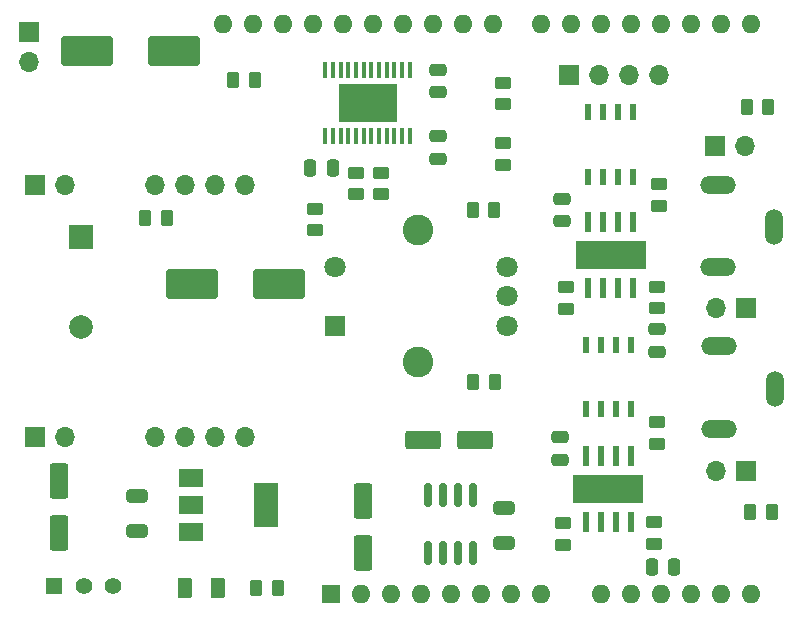
<source format=gts>
G04 #@! TF.GenerationSoftware,KiCad,Pcbnew,(6.0.4)*
G04 #@! TF.CreationDate,2023-10-19T14:50:22+10:00*
G04 #@! TF.ProjectId,OpenXstim,4f70656e-5873-4746-996d-2e6b69636164,rev?*
G04 #@! TF.SameCoordinates,Original*
G04 #@! TF.FileFunction,Soldermask,Top*
G04 #@! TF.FilePolarity,Negative*
%FSLAX46Y46*%
G04 Gerber Fmt 4.6, Leading zero omitted, Abs format (unit mm)*
G04 Created by KiCad (PCBNEW (6.0.4)) date 2023-10-19 14:50:22*
%MOMM*%
%LPD*%
G01*
G04 APERTURE LIST*
G04 Aperture macros list*
%AMRoundRect*
0 Rectangle with rounded corners*
0 $1 Rounding radius*
0 $2 $3 $4 $5 $6 $7 $8 $9 X,Y pos of 4 corners*
0 Add a 4 corners polygon primitive as box body*
4,1,4,$2,$3,$4,$5,$6,$7,$8,$9,$2,$3,0*
0 Add four circle primitives for the rounded corners*
1,1,$1+$1,$2,$3*
1,1,$1+$1,$4,$5*
1,1,$1+$1,$6,$7*
1,1,$1+$1,$8,$9*
0 Add four rect primitives between the rounded corners*
20,1,$1+$1,$2,$3,$4,$5,0*
20,1,$1+$1,$4,$5,$6,$7,0*
20,1,$1+$1,$6,$7,$8,$9,0*
20,1,$1+$1,$8,$9,$2,$3,0*%
G04 Aperture macros list end*
%ADD10RoundRect,0.250000X0.262500X0.450000X-0.262500X0.450000X-0.262500X-0.450000X0.262500X-0.450000X0*%
%ADD11RoundRect,0.250000X1.250000X0.550000X-1.250000X0.550000X-1.250000X-0.550000X1.250000X-0.550000X0*%
%ADD12R,0.355600X1.473200*%
%ADD13R,5.029200X3.251200*%
%ADD14RoundRect,0.250000X0.450000X-0.262500X0.450000X0.262500X-0.450000X0.262500X-0.450000X-0.262500X0*%
%ADD15RoundRect,0.250000X-0.262500X-0.450000X0.262500X-0.450000X0.262500X0.450000X-0.262500X0.450000X0*%
%ADD16RoundRect,0.250000X-0.250000X-0.475000X0.250000X-0.475000X0.250000X0.475000X-0.250000X0.475000X0*%
%ADD17RoundRect,0.250000X-0.550000X1.250000X-0.550000X-1.250000X0.550000X-1.250000X0.550000X1.250000X0*%
%ADD18R,1.700000X1.700000*%
%ADD19O,1.700000X1.700000*%
%ADD20RoundRect,0.150000X-0.150000X0.825000X-0.150000X-0.825000X0.150000X-0.825000X0.150000X0.825000X0*%
%ADD21R,2.000000X1.500000*%
%ADD22R,2.000000X3.800000*%
%ADD23RoundRect,0.250000X0.475000X-0.250000X0.475000X0.250000X-0.475000X0.250000X-0.475000X-0.250000X0*%
%ADD24RoundRect,0.250000X0.250000X0.475000X-0.250000X0.475000X-0.250000X-0.475000X0.250000X-0.475000X0*%
%ADD25R,0.600000X1.800000*%
%ADD26R,6.000000X2.400000*%
%ADD27C,2.600000*%
%ADD28C,1.800000*%
%ADD29R,1.800000X1.800000*%
%ADD30O,1.508000X3.016000*%
%ADD31O,3.016000X1.508000*%
%ADD32R,2.000000X2.000000*%
%ADD33C,2.000000*%
%ADD34R,0.482600X1.447800*%
%ADD35RoundRect,0.250000X-0.375000X-0.625000X0.375000X-0.625000X0.375000X0.625000X-0.375000X0.625000X0*%
%ADD36RoundRect,0.250000X0.650000X-0.325000X0.650000X0.325000X-0.650000X0.325000X-0.650000X-0.325000X0*%
%ADD37RoundRect,0.250000X-0.450000X0.262500X-0.450000X-0.262500X0.450000X-0.262500X0.450000X0.262500X0*%
%ADD38RoundRect,0.250000X1.950000X1.000000X-1.950000X1.000000X-1.950000X-1.000000X1.950000X-1.000000X0*%
%ADD39R,1.408000X1.408000*%
%ADD40C,1.408000*%
%ADD41RoundRect,0.250000X0.550000X-1.250000X0.550000X1.250000X-0.550000X1.250000X-0.550000X-1.250000X0*%
%ADD42RoundRect,0.250000X-0.475000X0.250000X-0.475000X-0.250000X0.475000X-0.250000X0.475000X0.250000X0*%
%ADD43R,1.600000X1.600000*%
%ADD44O,1.600000X1.600000*%
G04 APERTURE END LIST*
D10*
X239113700Y-73507600D03*
X237288700Y-73507600D03*
D11*
X214290000Y-101701600D03*
X209890000Y-101701600D03*
D12*
X208756199Y-70332600D03*
X208106200Y-70332600D03*
X207456202Y-70332600D03*
X206806201Y-70332600D03*
X206156202Y-70332600D03*
X205506201Y-70332600D03*
X204856202Y-70332600D03*
X204206201Y-70332600D03*
X203556202Y-70332600D03*
X202906201Y-70332600D03*
X202256202Y-70332600D03*
X201606201Y-70332600D03*
X201606201Y-75971400D03*
X202256200Y-75971400D03*
X202906201Y-75971400D03*
X203556199Y-75971400D03*
X204206201Y-75971400D03*
X204856199Y-75971400D03*
X205506198Y-75971400D03*
X206156199Y-75971400D03*
X206806198Y-75971400D03*
X207456199Y-75971400D03*
X208106198Y-75971400D03*
X208756199Y-75971400D03*
D13*
X205181200Y-73152000D03*
D14*
X229666800Y-102004500D03*
X229666800Y-100179500D03*
D15*
X193803900Y-71221600D03*
X195628900Y-71221600D03*
D16*
X229224800Y-112471200D03*
X231124800Y-112471200D03*
D14*
X229819200Y-81835000D03*
X229819200Y-80010000D03*
D15*
X186336300Y-82905600D03*
X188161300Y-82905600D03*
D17*
X204774800Y-106816800D03*
X204774800Y-111216800D03*
D18*
X237241000Y-104292400D03*
D19*
X234701000Y-104292400D03*
D20*
X214147400Y-106338600D03*
X212877400Y-106338600D03*
X211607400Y-106338600D03*
X210337400Y-106338600D03*
X210337400Y-111288600D03*
X211607400Y-111288600D03*
X212877400Y-111288600D03*
X214147400Y-111288600D03*
D21*
X190245600Y-104888000D03*
X190245600Y-107188000D03*
X190245600Y-109488000D03*
D22*
X196545600Y-107188000D03*
D23*
X211175600Y-77861200D03*
X211175600Y-75961200D03*
D24*
X202219600Y-78689200D03*
X200319600Y-78689200D03*
D25*
X227680200Y-83204400D03*
X226410200Y-83204400D03*
X225140200Y-83204400D03*
X223870200Y-83204400D03*
X223870200Y-88804400D03*
X225140200Y-88804400D03*
X226410200Y-88804400D03*
X227680200Y-88804400D03*
D26*
X225755200Y-86004400D03*
D27*
X209448400Y-95109600D03*
X209448400Y-83909600D03*
D28*
X216948400Y-92009600D03*
X216948400Y-87009600D03*
X216948400Y-89509600D03*
D29*
X202448400Y-92009600D03*
D28*
X202448400Y-87009600D03*
D25*
X227477000Y-103067200D03*
X226207000Y-103067200D03*
X224937000Y-103067200D03*
X223667000Y-103067200D03*
X223667000Y-108667200D03*
X224937000Y-108667200D03*
X226207000Y-108667200D03*
X227477000Y-108667200D03*
D26*
X225552000Y-105867200D03*
D30*
X239636000Y-97332800D03*
D31*
X234936000Y-100732800D03*
X234936000Y-93732800D03*
D32*
X180949600Y-84490400D03*
D33*
X180949600Y-92090400D03*
D15*
X214073100Y-82194400D03*
X215898100Y-82194400D03*
X195734300Y-114198400D03*
X197559300Y-114198400D03*
D23*
X221488000Y-103362800D03*
X221488000Y-101462800D03*
D18*
X234640200Y-76809600D03*
D19*
X237180200Y-76809600D03*
D18*
X177008000Y-101396800D03*
D19*
X179548000Y-101396800D03*
X187168000Y-101396800D03*
X189708000Y-101396800D03*
X192248000Y-101396800D03*
X194788000Y-101396800D03*
D34*
X227457000Y-93637100D03*
X226187000Y-93637100D03*
X224917000Y-93637100D03*
X223647000Y-93637100D03*
X223647000Y-99098100D03*
X224917000Y-99098100D03*
X226187000Y-99098100D03*
X227457000Y-99098100D03*
D35*
X189760400Y-114198400D03*
X192560400Y-114198400D03*
D36*
X216763600Y-110390200D03*
X216763600Y-107440200D03*
D14*
X229412800Y-110488100D03*
X229412800Y-108663100D03*
X221691200Y-110538900D03*
X221691200Y-108713900D03*
D23*
X211175600Y-72222400D03*
X211175600Y-70322400D03*
D37*
X206349600Y-79046700D03*
X206349600Y-80871700D03*
D18*
X222212800Y-70764400D03*
D19*
X224752800Y-70764400D03*
X227292800Y-70764400D03*
X229832800Y-70764400D03*
D14*
X221996000Y-90574500D03*
X221996000Y-88749500D03*
D37*
X216611200Y-71426700D03*
X216611200Y-73251700D03*
D30*
X239585200Y-83667600D03*
D31*
X234885200Y-87067600D03*
X234885200Y-80067600D03*
D23*
X221640400Y-83144400D03*
X221640400Y-81244400D03*
D14*
X229666800Y-90523700D03*
X229666800Y-88698700D03*
D38*
X188815200Y-68732400D03*
X181415200Y-68732400D03*
D14*
X204216000Y-80871700D03*
X204216000Y-79046700D03*
D18*
X177008000Y-80111600D03*
D19*
X179548000Y-80111600D03*
X187168000Y-80111600D03*
X189708000Y-80111600D03*
X192248000Y-80111600D03*
X194788000Y-80111600D03*
D18*
X176530000Y-67152600D03*
D19*
X176530000Y-69692600D03*
D14*
X216611200Y-78382500D03*
X216611200Y-76557500D03*
D10*
X239418500Y-107797600D03*
X237593500Y-107797600D03*
D15*
X214122000Y-96774000D03*
X215947000Y-96774000D03*
D39*
X178645100Y-114046000D03*
D40*
X181145100Y-114046000D03*
X183645100Y-114046000D03*
D41*
X179019200Y-109591200D03*
X179019200Y-105191200D03*
D34*
X227660200Y-73926700D03*
X226390200Y-73926700D03*
X225120200Y-73926700D03*
X223850200Y-73926700D03*
X223850200Y-79387700D03*
X225120200Y-79387700D03*
X226390200Y-79387700D03*
X227660200Y-79387700D03*
D42*
X229666800Y-92318800D03*
X229666800Y-94218800D03*
D18*
X237241000Y-90525600D03*
D19*
X234701000Y-90525600D03*
D36*
X185674000Y-109374200D03*
X185674000Y-106424200D03*
D37*
X200761600Y-82094700D03*
X200761600Y-83919700D03*
D38*
X197705200Y-88493600D03*
X190305200Y-88493600D03*
D43*
X202057000Y-114706400D03*
D44*
X204597000Y-114706400D03*
X207137000Y-114706400D03*
X209677000Y-114706400D03*
X212217000Y-114706400D03*
X214757000Y-114706400D03*
X217297000Y-114706400D03*
X219837000Y-114706400D03*
X224917000Y-114706400D03*
X227457000Y-114706400D03*
X229997000Y-114706400D03*
X232537000Y-114706400D03*
X235077000Y-114706400D03*
X237617000Y-114706400D03*
X237617000Y-66446400D03*
X235077000Y-66446400D03*
X232537000Y-66446400D03*
X229997000Y-66446400D03*
X227457000Y-66446400D03*
X224917000Y-66446400D03*
X222377000Y-66446400D03*
X219837000Y-66446400D03*
X215777000Y-66446400D03*
X213237000Y-66446400D03*
X210697000Y-66446400D03*
X208157000Y-66446400D03*
X205617000Y-66446400D03*
X203077000Y-66446400D03*
X200537000Y-66446400D03*
X197997000Y-66446400D03*
X195457000Y-66446400D03*
X192917000Y-66446400D03*
M02*

</source>
